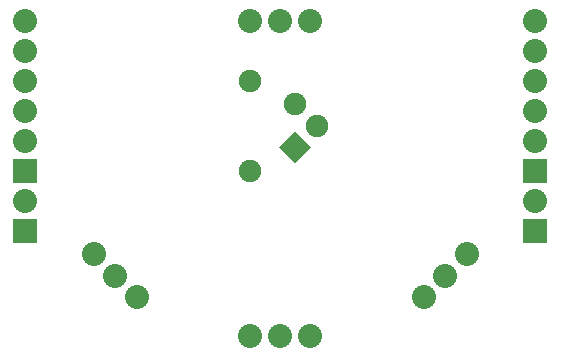
<source format=gbs>
G04 (created by PCBNEW (2011-nov-30)-testing) date Wed 12 Sep 2012 12:51:24 AM CST*
%MOIN*%
G04 Gerber Fmt 3.4, Leading zero omitted, Abs format*
%FSLAX34Y34*%
G01*
G70*
G90*
G04 APERTURE LIST*
%ADD10C,0.006*%
%ADD11C,0.08*%
%ADD12C,0.075*%
%ADD13R,0.08X0.08*%
G04 APERTURE END LIST*
G54D10*
G54D11*
X27500Y-28000D03*
X28500Y-28000D03*
X29500Y-28000D03*
X29500Y-17500D03*
X28500Y-17500D03*
X27500Y-17500D03*
X22293Y-25293D03*
X23000Y-26000D03*
X23707Y-26707D03*
X33293Y-26707D03*
X34000Y-26000D03*
X34707Y-25293D03*
G54D10*
G36*
X29000Y-21177D02*
X29530Y-21707D01*
X29000Y-22237D01*
X28470Y-21707D01*
X29000Y-21177D01*
X29000Y-21177D01*
G37*
G54D12*
X29707Y-21000D03*
X29000Y-20293D03*
X27500Y-22500D03*
X27500Y-19500D03*
G54D13*
X20000Y-24500D03*
G54D11*
X20000Y-23500D03*
G54D13*
X37000Y-24500D03*
G54D11*
X37000Y-23500D03*
G54D13*
X20000Y-22500D03*
G54D11*
X20000Y-21500D03*
X20000Y-20500D03*
X20000Y-19500D03*
X20000Y-18500D03*
X20000Y-17500D03*
G54D13*
X37000Y-22500D03*
G54D11*
X37000Y-21500D03*
X37000Y-20500D03*
X37000Y-19500D03*
X37000Y-18500D03*
X37000Y-17500D03*
M02*

</source>
